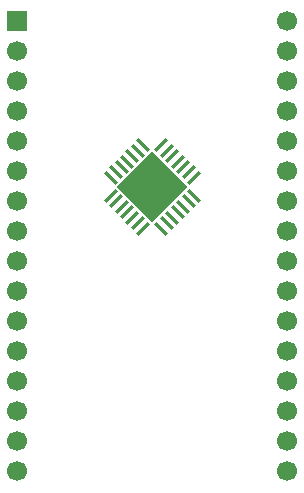
<source format=gts>
G04 #@! TF.GenerationSoftware,KiCad,Pcbnew,9.0.6*
G04 #@! TF.CreationDate,2026-01-08T16:00:18-06:00*
G04 #@! TF.ProjectId,QFN-28_6x6_P0.65,51464e2d-3238-45f3-9678-365f50302e36,rev?*
G04 #@! TF.SameCoordinates,Original*
G04 #@! TF.FileFunction,Soldermask,Top*
G04 #@! TF.FilePolarity,Negative*
%FSLAX46Y46*%
G04 Gerber Fmt 4.6, Leading zero omitted, Abs format (unit mm)*
G04 Created by KiCad (PCBNEW 9.0.6) date 2026-01-08 16:00:18*
%MOMM*%
%LPD*%
G01*
G04 APERTURE LIST*
G04 Aperture macros list*
%AMRoundRect*
0 Rectangle with rounded corners*
0 $1 Rounding radius*
0 $2 $3 $4 $5 $6 $7 $8 $9 X,Y pos of 4 corners*
0 Add a 4 corners polygon primitive as box body*
4,1,4,$2,$3,$4,$5,$6,$7,$8,$9,$2,$3,0*
0 Add four circle primitives for the rounded corners*
1,1,$1+$1,$2,$3*
1,1,$1+$1,$4,$5*
1,1,$1+$1,$6,$7*
1,1,$1+$1,$8,$9*
0 Add four rect primitives between the rounded corners*
20,1,$1+$1,$2,$3,$4,$5,0*
20,1,$1+$1,$4,$5,$6,$7,0*
20,1,$1+$1,$6,$7,$8,$9,0*
20,1,$1+$1,$8,$9,$2,$3,0*%
%AMRotRect*
0 Rectangle, with rotation*
0 The origin of the aperture is its center*
0 $1 length*
0 $2 width*
0 $3 Rotation angle, in degrees counterclockwise*
0 Add horizontal line*
21,1,$1,$2,0,0,$3*%
G04 Aperture macros list end*
%ADD10C,1.700000*%
%ADD11R,1.700000X1.700000*%
%ADD12RotRect,4.250000X4.250000X315.000000*%
%ADD13RoundRect,0.075000X-0.494975X-0.388909X-0.388909X-0.494975X0.494975X0.388909X0.388909X0.494975X0*%
%ADD14RoundRect,0.075000X-0.494975X0.388909X0.388909X-0.494975X0.494975X-0.388909X-0.388909X0.494975X0*%
G04 APERTURE END LIST*
D10*
X128016000Y-91948000D03*
X128016000Y-94488000D03*
X128016000Y-97028000D03*
X128016000Y-99568000D03*
X128016000Y-102108000D03*
X128016000Y-104648000D03*
X128016000Y-107188000D03*
X128016000Y-109728000D03*
X128016000Y-112268000D03*
X128016000Y-114808000D03*
X128016000Y-117348000D03*
X128016000Y-119888000D03*
X128016000Y-122428000D03*
X128016000Y-124968000D03*
X128016000Y-127508000D03*
X128016000Y-130048000D03*
D11*
X105156000Y-91948000D03*
D10*
X105156000Y-94488000D03*
X105156000Y-97028000D03*
X105156000Y-99568000D03*
X105156000Y-102108000D03*
X105156000Y-104648000D03*
X105156000Y-107188000D03*
X105156000Y-109728000D03*
X105156000Y-112268000D03*
X105156000Y-114808000D03*
X105156000Y-117348000D03*
X105156000Y-119888000D03*
X105156000Y-122428000D03*
X105156000Y-124968000D03*
X105156000Y-127508000D03*
X105156000Y-130048000D03*
D12*
X116586000Y-105983230D03*
D13*
X117354979Y-102456535D03*
X117814598Y-102916154D03*
X118274217Y-103375774D03*
X118733836Y-103835394D03*
X119193456Y-104295013D03*
X119653076Y-104754632D03*
X120112695Y-105214251D03*
D14*
X120112695Y-106752209D03*
X119653076Y-107211828D03*
X119193456Y-107671447D03*
X118733836Y-108131066D03*
X118274217Y-108590686D03*
X117814598Y-109050306D03*
X117354979Y-109509925D03*
D13*
X115817021Y-109509925D03*
X115357402Y-109050306D03*
X114897783Y-108590686D03*
X114438164Y-108131066D03*
X113978544Y-107671447D03*
X113518924Y-107211828D03*
X113059305Y-106752209D03*
D14*
X113059305Y-105214251D03*
X113518924Y-104754632D03*
X113978544Y-104295013D03*
X114438164Y-103835394D03*
X114897783Y-103375774D03*
X115357402Y-102916154D03*
X115817021Y-102456535D03*
M02*

</source>
